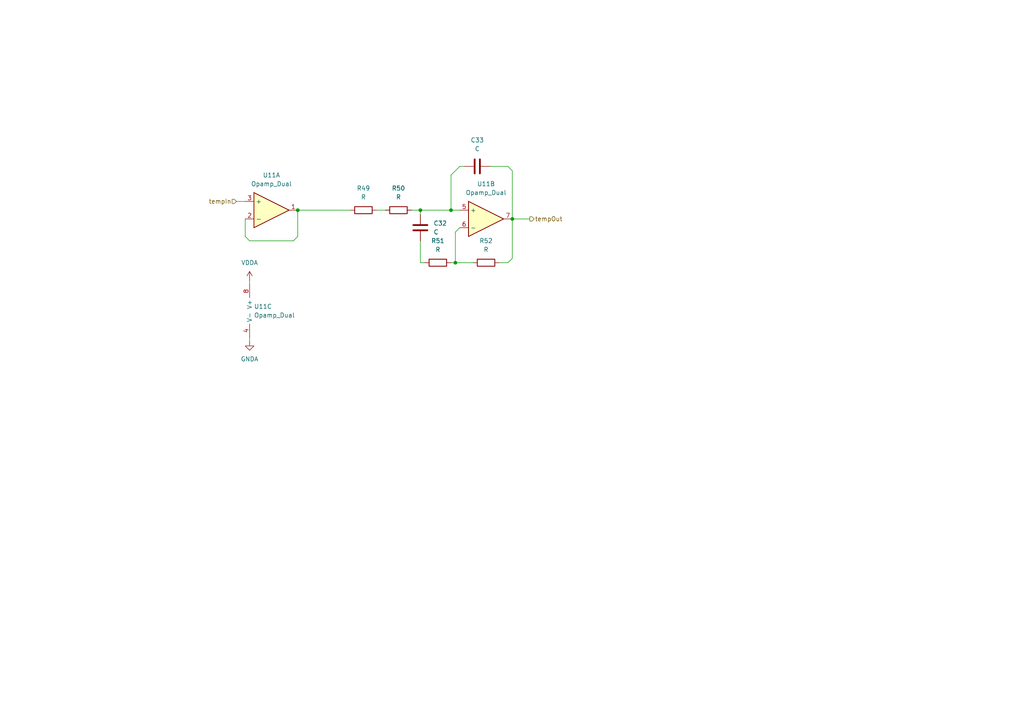
<source format=kicad_sch>
(kicad_sch (version 20250114) (generator "eeschema") (generator_version "9.0")
  (paper "A4")
  (lib_symbols
    (symbol "Device:C" (pin_numbers (hide yes)) (pin_names (offset 0.254))
      (property "Reference" "C" (at 0.635 2.54 0))
      (property "Value" "C" (at 0.635 -2.54 0))
      (symbol "C_0_1"
        (polyline (pts (xy -2.032 0.762) (xy 2.032 0.762)) (stroke (width 0.508)))
        (polyline (pts (xy -2.032 -0.762) (xy 2.032 -0.762)) (stroke (width 0.508)))
      )
      (symbol "C_1_1"
        (pin passive line (at 0 3.81 270) (length 2.794) (name "~") (number "1"))
        (pin passive line (at 0 -3.81 90) (length 2.794) (name "~") (number "2"))
      )
    )
    (symbol "Device:Opamp_Dual"
      (property "Reference" "U" (at 0 5.08 0))
      (property "Value" "Opamp_Dual" (at 0 -5.08 0))
      (symbol "Opamp_Dual_1_1"
        (polyline (pts (xy -5.08 5.08) (xy 5.08 0) (xy -5.08 -5.08) (xy -5.08 5.08)) (stroke (width 0.254)) (fill (type background)))
        (pin input line (at -7.62 2.54 0) (length 2.54) (name "+") (number "3"))
        (pin input line (at -7.62 -2.54 0) (length 2.54) (name "-") (number "2"))
        (pin output line (at 7.62 0 180) (length 2.54) (name "~") (number "1"))
      )
      (symbol "Opamp_Dual_2_1"
        (polyline (pts (xy -5.08 5.08) (xy 5.08 0) (xy -5.08 -5.08) (xy -5.08 5.08)) (stroke (width 0.254)) (fill (type background)))
        (pin input line (at -7.62 2.54 0) (length 2.54) (name "+") (number "5"))
        (pin input line (at -7.62 -2.54 0) (length 2.54) (name "-") (number "6"))
        (pin output line (at 7.62 0 180) (length 2.54) (name "~") (number "7"))
      )
      (symbol "Opamp_Dual_3_1"
        (pin power_in line (at -2.54 7.62 270) (length 3.81) (name "V+") (number "8"))
        (pin power_in line (at -2.54 -7.62 90) (length 3.81) (name "V-") (number "4"))
      )
    )
    (symbol "Device:R" (pin_numbers (hide yes)) (pin_names (offset 0))
      (property "Reference" "R" (at 2.032 0 90))
      (property "Value" "R" (at 0 0 90))
      (symbol "R_0_1"
        (rectangle (start -1.016 -2.54) (end 1.016 2.54) (stroke (width 0.254)))
      )
      (symbol "R_1_1"
        (pin passive line (at 0 3.81 270) (length 1.27) (name "~") (number "1"))
        (pin passive line (at 0 -3.81 90) (length 1.27) (name "~") (number "2"))
      )
    )
    (symbol "power:GNDA" (power) (pin_numbers (hide yes)) (pin_names (offset 0) (hide yes))
      (property "Value" "GNDA" (at 0 -3.81 0))
      (symbol "GNDA_0_1"
        (polyline (pts (xy 0 0) (xy 0 -1.27) (xy 1.27 -1.27) (xy 0 -2.54) (xy -1.27 -1.27) (xy 0 -1.27)))
      )
      (symbol "GNDA_1_1"
        (pin power_in line (at 0 0 270) (length 0) (name "~") (number "1"))
      )
    )
    (symbol "power:VDDA" (power) (pin_numbers (hide yes)) (pin_names (offset 0) (hide yes))
      (property "Value" "VDDA" (at 0 3.556 0))
      (symbol "VDDA_0_1"
        (polyline (pts (xy -0.762 1.27) (xy 0 2.54)))
        (polyline (pts (xy 0 2.54) (xy 0.762 1.27)))
        (polyline (pts (xy 0 0) (xy 0 2.54)))
      )
      (symbol "VDDA_1_1"
        (pin power_in line (at 0 0 90) (length 0) (name "~") (number "1"))
      )
    )
  )
  (junction (at 86.36 60.96))
  (junction (at 148.59 63.5))
  (junction (at 132.08 76.2))
  (junction (at 130.81 60.96))
  (junction (at 121.92 60.96))
  (wire (pts (xy 68.58 58.42) (xy 71.12 58.42)))
  (wire (pts (xy 121.92 60.96) (xy 130.81 60.96)))
  (wire (pts (xy 133.35 48.26) (xy 130.81 50.8)))
  (wire (pts (xy 119.38 60.96) (xy 121.92 60.96)))
  (wire (pts (xy 86.36 60.96) (xy 86.36 68.58)))
  (wire (pts (xy 148.59 63.5) (xy 148.59 74.93)))
  (wire (pts (xy 147.32 48.26) (xy 148.59 49.53)))
  (wire (pts (xy 130.81 76.2) (xy 132.08 76.2)))
  (wire (pts (xy 130.81 50.8) (xy 130.81 60.96)))
  (wire (pts (xy 132.08 76.2) (xy 137.16 76.2)))
  (wire (pts (xy 130.81 60.96) (xy 133.35 60.96)))
  (wire (pts (xy 72.39 69.85) (xy 85.09 69.85)))
  (wire (pts (xy 71.12 68.58) (xy 72.39 69.85)))
  (wire (pts (xy 71.12 63.5) (xy 71.12 68.58)))
  (wire (pts (xy 147.32 76.2) (xy 148.59 74.93)))
  (wire (pts (xy 133.35 66.04) (xy 132.08 67.31)))
  (wire (pts (xy 121.92 76.2) (xy 123.19 76.2)))
  (wire (pts (xy 121.92 69.85) (xy 121.92 76.2)))
  (wire (pts (xy 72.39 81.28) (xy 72.39 82.55)))
  (wire (pts (xy 148.59 49.53) (xy 148.59 63.5)))
  (wire (pts (xy 121.92 60.96) (xy 121.92 62.23)))
  (wire (pts (xy 72.39 97.79) (xy 72.39 99.06)))
  (wire (pts (xy 132.08 67.31) (xy 132.08 76.2)))
  (wire (pts (xy 85.09 69.85) (xy 86.36 68.58)))
  (wire (pts (xy 148.59 63.5) (xy 153.67 63.5)))
  (wire (pts (xy 134.62 48.26) (xy 133.35 48.26)))
  (wire (pts (xy 109.22 60.96) (xy 111.76 60.96)))
  (wire (pts (xy 86.36 60.96) (xy 101.6 60.96)))
  (wire (pts (xy 142.24 48.26) (xy 147.32 48.26)))
  (wire (pts (xy 144.78 76.2) (xy 147.32 76.2)))
  (hierarchical_label "tempOut" (shape output) (at 153.67 63.5 0))
  (hierarchical_label "tempIn" (shape input) (at 68.58 58.42 180))
  (symbol (lib_id "power:GNDA") (at 72.39 99.06 0) (unit 1)
    (property "Reference" "#PWR" (effects (hide yes)))
    (property "Value" "GNDA" (at 72.39 104.14 0))
    (property "Description" "Power symbol creates a global label with name \"GNDA\" , analog ground" (effects (hide yes)))
    (instances (project "BPS-Voltage_Temp_Board" (path "" (reference "#PWR056") (unit 1)) (path "" (reference "#PWR053") (unit 1)) (path "" (reference "#PWR054") (unit 1)) (path "" (reference "#PWR050") (unit 1))))
  )
  (symbol (lib_id "Device:Opamp_Dual") (at 74.93 90.17 0) (unit 1)
    (property "Reference" "U" (at 73.66 88.8999 0) (effects (justify left)))
    (property "Value" "Opamp_Dual" (at 73.66 91.4399 0) (effects (justify left)))
    (property "Description" "Dual operational amplifier" (effects (hide yes)))
    (property "Sim.Library" "${KICAD7_SYMBOL_DIR}/Simulation_SPICE.sp" (effects (hide yes)))
    (property "Sim.Name" "kicad_builtin_opamp_dual" (effects (hide yes)))
    (property "Sim.Device" "SUBCKT" (effects (hide yes)))
    (property "Sim.Pins" "1=out1 2=in1- 3=in1+ 4=vee 5=in2+ 6=in2- 7=out2 8=vcc" (effects (hide yes)))
    (instances (project "BPS-Voltage_Temp_Board" (path "" (reference "U11") (unit 3)) (path "" (reference "U9") (unit 3)) (path "" (reference "U10") (unit 3)) (path "" (reference "U8") (unit 3))))
  )
  (symbol (lib_id "Device:R") (at 105.41 60.96 90) (unit 1)
    (property "Reference" "R" (at 105.41 54.61 90))
    (property "Value" "R" (at 105.41 57.15 90))
    (property "Description" "Resistor" (effects (hide yes)))
    (instances (project "BPS-Voltage_Temp_Board" (path "" (reference "R49") (unit 1)) (path "" (reference "R41") (unit 1)) (path "" (reference "R42") (unit 1)) (path "" (reference "R37") (unit 1))))
  )
  (symbol (lib_id "Device:C") (at 138.43 48.26 90) (unit 1)
    (property "Reference" "C25" (at 138.43 40.64 90))
    (property "Value" "C" (at 138.43 43.18 90))
    (property "Description" "Unpolarized capacitor" (effects (hide yes)))
    (instances (project "BPS-Voltage_Temp_Board" (path "" (reference "C33") (unit 1)) (path "" (reference "C30") (unit 1)) (path "" (reference "C25") (unit 1)) (path "" (reference "C31") (unit 1)) (path "" (reference "C27") (unit 1))))
  )
  (symbol (lib_id "Device:R") (at 115.57 60.96 90) (unit 1)
    (property "Reference" "R34" (at 115.57 54.61 90))
    (property "Value" "R" (at 115.57 57.15 90))
    (property "Description" "Resistor" (effects (hide yes)))
    (instances (project "BPS-Voltage_Temp_Board" (path "" (reference "R50") (unit 1)) (path "" (reference "R43") (unit 1)) (path "" (reference "R34") (unit 1)) (path "" (reference "R44") (unit 1)) (path "" (reference "R38") (unit 1))))
  )
  (symbol (lib_id "Device:C") (at 121.92 66.04 0) (unit 1)
    (property "Reference" "C" (at 125.73 64.7699 0) (effects (justify left)))
    (property "Value" "C" (at 125.73 67.3099 0) (effects (justify left)))
    (property "Description" "Unpolarized capacitor" (effects (hide yes)))
    (instances (project "BPS-Voltage_Temp_Board" (path "" (reference "C32") (unit 1)) (path "" (reference "C28") (unit 1)) (path "" (reference "C29") (unit 1)) (path "" (reference "C26") (unit 1))))
  )
  (symbol (lib_id "Device:Opamp_Dual") (at 140.97 63.5 0) (unit 1)
    (property "Reference" "U" (at 140.97 53.34 0))
    (property "Value" "Opamp_Dual" (at 140.97 55.88 0))
    (property "Description" "Dual operational amplifier" (effects (hide yes)))
    (property "Sim.Library" "${KICAD7_SYMBOL_DIR}/Simulation_SPICE.sp" (effects (hide yes)))
    (property "Sim.Name" "kicad_builtin_opamp_dual" (effects (hide yes)))
    (property "Sim.Device" "SUBCKT" (effects (hide yes)))
    (property "Sim.Pins" "1=out1 2=in1- 3=in1+ 4=vee 5=in2+ 6=in2- 7=out2 8=vcc" (effects (hide yes)))
    (instances (project "BPS-Voltage_Temp_Board" (path "" (reference "U11") (unit 2)) (path "" (reference "U9") (unit 2)) (path "" (reference "U10") (unit 2)) (path "" (reference "U8") (unit 2))))
  )
  (symbol (lib_id "Device:R") (at 140.97 76.2 90) (unit 1)
    (property "Reference" "R36" (at 140.97 69.85 90))
    (property "Value" "R" (at 140.97 72.39 90))
    (property "Description" "Resistor" (effects (hide yes)))
    (instances (project "BPS-Voltage_Temp_Board" (path "" (reference "R52") (unit 1)) (path "" (reference "R47") (unit 1)) (path "" (reference "R36") (unit 1)) (path "" (reference "R48") (unit 1)) (path "" (reference "R40") (unit 1))))
  )
  (symbol (lib_id "Device:Opamp_Dual") (at 78.74 60.96 0) (unit 1)
    (property "Reference" "U" (at 78.74 50.8 0))
    (property "Value" "Opamp_Dual" (at 78.74 53.34 0))
    (property "Description" "Dual operational amplifier" (effects (hide yes)))
    (property "Sim.Library" "${KICAD7_SYMBOL_DIR}/Simulation_SPICE.sp" (effects (hide yes)))
    (property "Sim.Name" "kicad_builtin_opamp_dual" (effects (hide yes)))
    (property "Sim.Device" "SUBCKT" (effects (hide yes)))
    (property "Sim.Pins" "1=out1 2=in1- 3=in1+ 4=vee 5=in2+ 6=in2- 7=out2 8=vcc" (effects (hide yes)))
    (instances (project "BPS-Voltage_Temp_Board" (path "" (reference "U11") (unit 1)) (path "" (reference "U9") (unit 1)) (path "" (reference "U10") (unit 1)) (path "" (reference "U8") (unit 1))))
  )
  (symbol (lib_id "power:VDDA") (at 72.39 81.28 0) (unit 1)
    (property "Reference" "#PWR" (effects (hide yes)))
    (property "Value" "VDDA" (at 72.39 76.2 0))
    (property "Description" "Power symbol creates a global label with name \"VDDA\"" (effects (hide yes)))
    (instances (project "BPS-Voltage_Temp_Board" (path "" (reference "#PWR055") (unit 1)) (path "" (reference "#PWR051") (unit 1)) (path "" (reference "#PWR052") (unit 1)) (path "" (reference "#PWR049") (unit 1))))
  )
  (symbol (lib_id "Device:R") (at 127 76.2 90) (unit 1)
    (property "Reference" "R35" (at 127 69.85 90))
    (property "Value" "R" (at 127 72.39 90))
    (property "Description" "Resistor" (effects (hide yes)))
    (instances (project "BPS-Voltage_Temp_Board" (path "" (reference "R51") (unit 1)) (path "" (reference "R45") (unit 1)) (path "" (reference "R35") (unit 1)) (path "" (reference "R46") (unit 1)) (path "" (reference "R39") (unit 1))))
  )
)
</source>
